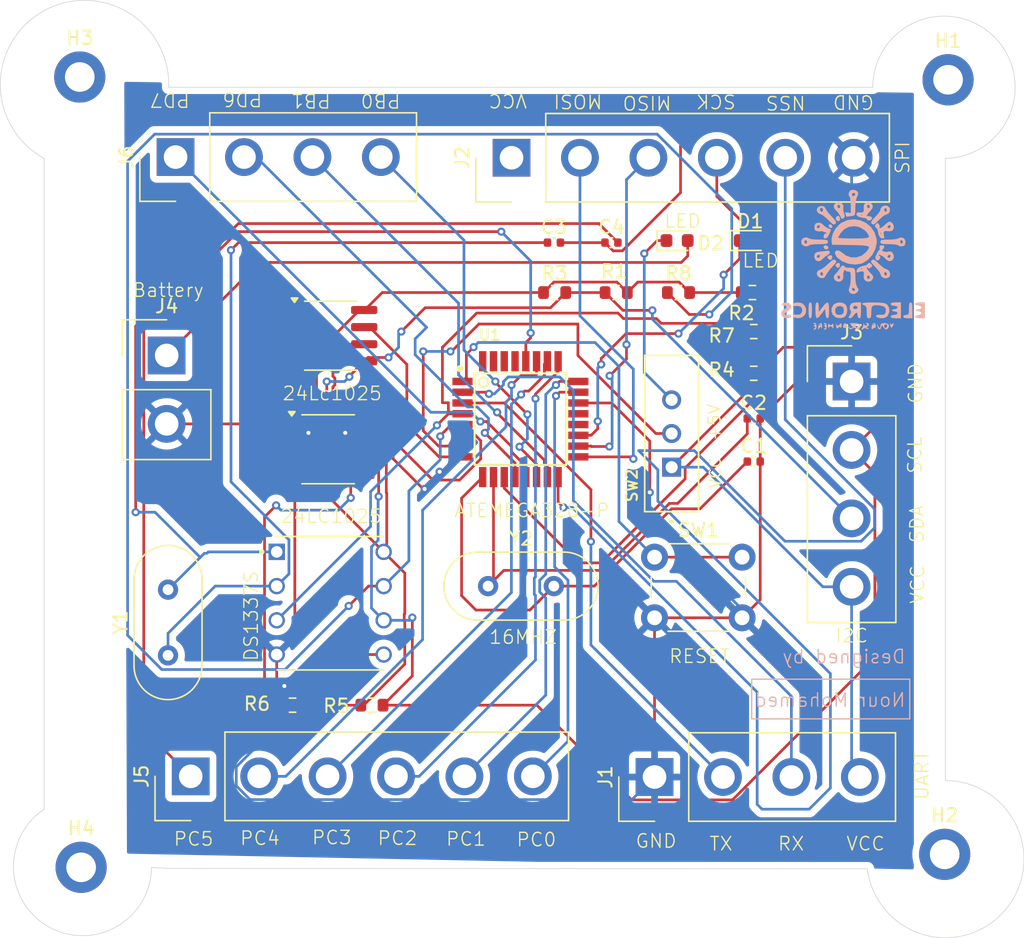
<source format=kicad_pcb>
(kicad_pcb (version 20240108) (generator "pcbnew") (generator_version "8.0")
  (title_block (title "${Title}") (date "2025-03-22") (rev "${Version}") (company "${Author}"))
  (layers (0 "F.Cu" signal) (31 "B.Cu" signal) (34 "B.Paste" user) (35 "F.Paste" user) (36 "B.SilkS" user "B.Silkscreen") (37 "F.SilkS" user "F.Silkscreen") (38 "B.Mask" user) (39 "F.Mask" user) (44 "Edge.Cuts" user))
  (property "Author" "Nour Mohamed")
  (property "ID" "1473101251203")
  (property "Title" "DataLogger")
  (property "Version" "V1.0")
  (net 0 "")
  (net 1 "/XTAL1")
  (net 2 "GND")
  (net 3 "/XTAL2")
  (net 4 "Net-(U3-X2)")
  (net 5 "Net-(U3-X1)")
  (net 6 "SCK")
  (net 7 "Net-(D1-A)")
  (net 8 "Net-(D2-A)")
  (net 9 "Power supply")
  (net 10 "/VCC")
  (net 11 "/TX")
  (net 12 "/RX")
  (net 13 "NSS")
  (net 14 "MISO")
  (net 15 "VCC")
  (net 16 "MOSI")
  (net 17 "/SDA")
  (net 18 "/SCL")
  (net 19 "Net-(J5-Pin_6)")
  (net 20 "Net-(J5-Pin_2)")
  (net 21 "Net-(J5-Pin_1)")
  (net 22 "Net-(J5-Pin_5)")
  (net 23 "Net-(J5-Pin_3)")
  (net 24 "Net-(J5-Pin_4)")
  (net 25 "Net-(J6-Pin_2)")
  (net 26 "Net-(J6-Pin_4)")
  (net 27 "Net-(J6-Pin_1)")
  (net 28 "Net-(J6-Pin_3)")
  (net 29 "/INTA")
  (net 30 "/INTB")
  (net 31 "/RESET")
  (net 34 "+5V")
  (footprint "Package_SO:SOIC-8_3.9x4.9mm_P1.27mm" (layer "F.Cu") (at 140.1572 106.3244)
    (property "Reference" "U4" (hide yes))
    (property "Value" "24LC1025")
  )
  (footprint "MountingHole:MountingHole_2.2mm_M2_DIN965_Pad" (layer "F.Cu") (at 185.928 136.398)
    (property "Reference" "H2")
    (property "Value" "MountingHole")
  )
  (footprint "MountingHole:MountingHole_2.2mm_M2_DIN965_Pad" (layer "F.Cu") (at 186.182 78.8924)
    (property "Reference" "H1")
    (property "Value" "MountingHole")
  )
  (footprint "Connector_Samtec_HPM_THT:Samtec_HPM-02-01-x-S_Straight_1x02_Pitch5.08mm" (layer "F.Cu") (at 128.1684 99.3598)
    (property "Reference" "J4")
    (property "Value" "Battery")
  )
  (footprint "Connector_Samtec_HPM_THT:Samtec_HPM-04-01-x-S_Straight_1x04_Pitch5.08mm" (layer "F.Cu") (at 128.8288 84.6328 90)
    (property "Reference" "J6")
    (property "Value" "Conn_01x04_Pin" (hide yes))
  )
  (footprint "Connector_Samtec_HPM_THT:Samtec_HPM-04-01-x-S_Straight_1x04_Pitch5.08mm" (layer "F.Cu") (at 164.3888 130.6576 90)
    (property "Reference" "J1")
    (property "Value" "UART")
  )
  (footprint "Crystal:Crystal_HC49-4H_Vertical" (layer "F.Cu") (at 152.0328 116.4844)
    (property "Reference" "Y2")
    (property "Value" "Crystal")
  )
  (footprint "LED_SMD:LED_0603_1608Metric" (layer "F.Cu") (at 166.0652 90.8304)
    (property "Reference" "D2")
    (property "Value" "LED")
  )
  (footprint "RTC:DIP794W47P254L991H457Q8" (layer "F.Cu") (at 140.3096 117.7544)
    (property "Reference" "U3" (hide yes))
    (property "Value" "DS1337")
  )
  (footprint "Connector_Samtec_HPM_THT:Samtec_HPM-06-01-x-S_Straight_1x06_Pitch5.08mm" (layer "F.Cu") (at 129.9557 130.6068 90)
    (property "Reference" "J5")
    (property "Value" "Conn_01x06_Pin")
  )
  (footprint "Connector_Samtec_HPM_THT:Samtec_HPM-04-01-x-S_Straight_1x04_Pitch5.08mm" (layer "F.Cu") (at 179.0192 101.2952)
    (property "Reference" "J3")
    (property "Value" "I2C")
  )
  (footprint "Capacitor_SMD:C_0402_1005Metric" (layer "F.Cu") (at 161.1884 90.9828)
    (property "Reference" "C4")
    (property "Value" "C")
  )
  (footprint "Resistor_SMD:R_0603_1608Metric" (layer "F.Cu") (at 161.544 94.6912 180)
    (property "Reference" "R1")
    (property "Value" "R")
  )
  (footprint "MountingHole:MountingHole_2.2mm_M2_DIN965_Pad" (layer "F.Cu") (at 121.7168 78.6892)
    (property "Reference" "H3")
    (property "Value" "MountingHole")
  )
  (footprint "Package_SO:SOIC-8_3.9x4.9mm_P1.27mm" (layer "F.Cu") (at 140.3604 97.8916)
    (property "Reference" "U2" (hide yes))
    (property "Value" "24LC1025")
  )
  (footprint "Resistor_SMD:R_0603_1608Metric" (layer "F.Cu") (at 137.5156 125.3236)
    (property "Reference" "R6")
    (property "Value" "R")
  )
  (footprint "Resistor_SMD:R_0603_1608Metric" (layer "F.Cu") (at 143.4084 125.3236)
    (property "Reference" "R5")
    (property "Value" "R")
  )
  (footprint "Capacitor_SMD:C_0402_1005Metric" (layer "F.Cu") (at 171.7548 107.2388)
    (property "Reference" "C1")
    (property "Value" "C")
  )
  (footprint "Resistor_SMD:R_0603_1608Metric" (layer "F.Cu") (at 171.6532 94.6912 180)
    (property "Reference" "R2")
    (property "Value" "R")
  )
  (footprint "MountingHole:MountingHole_2.2mm_M2_DIN965_Pad" (layer "F.Cu") (at 121.8184 137.3632)
    (property "Reference" "H4")
    (property "Value" "MountingHole")
  )
  (footprint "Connector_Samtec_HPM_THT:Samtec_HPM-06-01-x-S_Straight_1x06_Pitch5.08mm" (layer "F.Cu") (at 153.7716 84.6836 90)
    (property "Reference" "J2")
    (property "Value" "SPI")
  )
  (footprint "Capacitor_SMD:C_0402_1005Metric" (layer "F.Cu") (at 156.9212 90.9828)
    (property "Reference" "C3")
    (property "Value" "C")
  )
  (footprint "Resistor_SMD:R_0603_1608Metric" (layer "F.Cu") (at 171.7548 100.6856 180)
    (property "Reference" "R4")
    (property "Value" "R")
  )
  (footprint "Button_Switch_THT:SW_PUSH_6mm_H4.3mm" (layer "F.Cu") (at 164.39 114.336)
    (property "Reference" "SW1")
    (property "Value" "SW_Push")
  )
  (footprint "LED_SMD:LED_0603_1608Metric" (layer "F.Cu") (at 171.5008 90.8304)
    (property "Reference" "D1")
    (property "Value" "LED")
  )
  (footprint "Resistor_SMD:R_0603_1608Metric" (layer "F.Cu") (at 166.1668 94.6912)
    (property "Reference" "R8")
    (property "Value" "R")
  )
  (footprint "Capacitor_SMD:C_0402_1005Metric" (layer "F.Cu") (at 171.7548 104.0384)
    (property "Reference" "C2")
    (property "Value" "C")
  )
  (footprint "Resistor_SMD:R_0603_1608Metric" (layer "F.Cu") (at 156.972 94.6912)
    (property "Reference" "R3")
    (property "Value" "R")
  )
  (footprint "SPDT:SW_MINI-SPDT-SW" (layer "F.Cu") (at 165.6588 105.156 90)
    (property "Reference" "SW2")
    (property "Value" "SW_SPDT")
  )
  (footprint "Crystal:Crystal_HC49-4H_Vertical" (layer "F.Cu") (at 128.27 121.6268 90)
    (property "Reference" "Y1")
    (property "Value" "Crystal")
  )
  (footprint "Resistor_SMD:R_0603_1608Metric" (layer "F.Cu") (at 171.7548 97.5868 180)
    (property "Reference" "R7")
    (property "Value" "R")
  )
  (footprint "ATEMEGA:QFP80P900X900X120-32N" (layer "F.Cu") (at 154.432 104.0892)
    (property "Reference" "U1")
    (property "Value" "ATmega328-P")
  )
  (footprint "logos:Electronics" (layer "B.Cu") (at 179.125025 92.36822 180)
    (property "Reference" "G***" (hide yes))
    (property "Value" "LOGO" (hide yes))
  )
  (gr_rect (start 171.6024 123.3932) (end 183.3372 126.3396) (stroke (width 0.1)) (fill none) (layer "B.SilkS"))
  (gr_line (start 128.649122 137.448244) (end 180.1876 137.4648) (stroke (width 0.05)) (layer "Edge.Cuts"))
  (gr_arc (start 180.593024 79.4512) (mid 189.577581 75.678973) (end 185.9788 84.734399) (stroke (width 0.05)) (layer "Edge.Cuts"))
  (gr_arc (start 119.094126 84.744695) (mid 118.961339 73.825356) (end 128.320799 79.4512) (stroke (width 0.05)) (layer "Edge.Cuts"))
  (gr_line (start 119.094126 84.744695) (end 119.0752 84.779624) (stroke (width 0.05)) (layer "Edge.Cuts"))
  (gr_line (start 127.043493 137.376762) (end 128.649122 137.448244) (stroke (width 0.05)) (layer "Edge.Cuts"))
  (gr_line (start 185.9788 130.918894) (end 185.9788 84.7344) (stroke (width 0.05)) (layer "Edge.Cuts"))
  (gr_line (start 119.0752 84.779624) (end 119.0752 133.050776) (stroke (width 0.05)) (layer "Edge.Cuts"))
  (gr_line (start 128.320799 79.4512) (end 180.593024 79.4512) (stroke (width 0.05)) (layer "Edge.Cuts"))
  (gr_arc (start 185.9788 130.918894) (mid 190.348779 140.619745) (end 180.187601 137.4648) (stroke (width 0.05)) (layer "Edge.Cuts"))
  (gr_arc (start 127.043493 137.376762) (mid 119.475281 141.815474) (end 119.0752 133.050776) (stroke (width 0.05)) (layer "Edge.Cuts"))
  (gr_text "Designed by\n\n${Author}" (at 183.0832 125.5268 0) (layer "B.SilkS") (effects (font (size 1 1) (thickness 0.1)) (justify left bottom mirror)))
  (gr_text "PC0" (at 154.0764 135.89 0) (layer "F.SilkS") (effects (font (size 1 1) (thickness 0.1)) (justify left bottom)))
  (gr_text "VCC" (at 169.3672 109.2708 90) (layer "F.SilkS") (effects (font (size 0.8 0.8) (thickness 0.1)) (justify left bottom)))
  (gr_text "GND" (at 162.9156 135.9916 0) (layer "F.SilkS") (effects (font (size 1 1) (thickness 0.1)) (justify left bottom)))
  (gr_text "PD7" (at 129.9464 79.8068 180) (layer "F.SilkS") (effects (font (size 1 1) (thickness 0.1)) (justify left bottom)))
  (gr_text "Battery" (at 125.5776 95.0976 0) (layer "F.SilkS") (effects (font (size 1 1) (thickness 0.1)) (justify left bottom)))
  (gr_text "PB1" (at 140.4112 79.8576 180) (layer "F.SilkS") (effects (font (size 1 1) (thickness 0.1)) (justify left bottom)))
  (gr_text "GND" (at 180.7464 79.9592 180) (layer "F.SilkS") (effects (font (size 1 1) (thickness 0.1)) (justify left bottom)))
  (gr_text "RESET" (at 165.4048 122.2756 0) (layer "F.SilkS") (effects (font (size 1 1) (thickness 0.1)) (justify left bottom)))
  (gr_text "PC5" (at 128.6256 135.8392 0) (layer "F.SilkS") (effects (font (size 1 1) (thickness 0.1)) (justify left bottom)))
  (gr_text "LED" (at 165.0492 89.9668 0) (layer "F.SilkS") (effects (font (size 1 1) (thickness 0.1)) (justify left bottom)))
  (gr_text "RX" (at 173.482 136.1948 0) (layer "F.SilkS") (effects (font (size 1 1) (thickness 0.1)) (justify left bottom)))
  (gr_text "ATEMEGA328-P" (at 149.4536 111.4552 0) (layer "F.SilkS") (effects (font (size 1 1) (thickness 0.1)) (justify left bottom)))
  (gr_text "SCL" (at 184.3024 108.204 90) (layer "F.SilkS") (effects (font (size 1 1) (thickness 0.1)) (justify left bottom)))
  (gr_text "MOSI" (at 160.5788 79.9084 180) (layer "F.SilkS") (effects (font (size 1 1) (thickness 0.1)) (justify left bottom)))
  (gr_text "LED" (at 170.8404 92.9132 0) (layer "F.SilkS") (effects (font (size 1 1) (thickness 0.1)) (justify left bottom)))
  (gr_text "24Lc1025" (at 136.7028 102.7684 0) (layer "F.SilkS") (effects (font (size 1 1) (thickness 0.1)) (justify left bottom)))
  (gr_text "UART" (at 184.8104 132.4356 90) (layer "F.SilkS") (effects (font (size 1 1) (thickness 0.1)) (justify left bottom)))
  (gr_text "PC4" (at 133.5532 135.7884 0) (layer "F.SilkS") (effects (font (size 1 1) (thickness 0.1)) (justify left bottom)))
  (gr_text "GND" (at 184.3532 103.0224 90) (layer "F.SilkS") (effects (font (size 1 1) (thickness 0.1)) (justify left bottom)))
  (gr_text "I2C" (at 177.7492 120.7516 0) (layer "F.SilkS") (effects (font (size 1 1) (thickness 0.1)) (justify left bottom)))
  (gr_text "PC1" (at 148.844 135.8392 0) (layer "F.SilkS") (effects (font (size 1 1) (thickness 0.1)) (justify left bottom)))
  (gr_text "PB0" (at 145.5928 79.8576 180) (layer "F.SilkS") (effects (font (size 1 1) (thickness 0.1)) (justify left bottom)))
  (gr_text "PD6" (at 135.3312 79.756 180) (layer "F.SilkS") (effects (font (size 1 1) (thickness 0.1)) (justify left bottom)))
  (gr_text "PC2" (at 143.764 135.7884 0) (layer "F.SilkS") (effects (font (size 1 1) (thickness 0.1)) (justify left bottom)))
  (gr_text "24LC1025" (at 136.5438 111.8882 0) (layer "F.SilkS") (effects (font (size 1 1) (thickness 0.1)) (justify left bottom)))
  (gr_text "TX" (at 168.402 136.1948 0) (layer "F.SilkS") (effects (font (size 1 1) (thickness 0.1)) (justify left bottom)))
  (gr_text "VCC" (at 184.5056 117.856 90) (layer "F.SilkS") (effects (font (size 1 1) (thickness 0.1)) (justify left bottom)))
  (gr_text "DS1337S" (at 135.0264 122.1232 90) (layer "F.SilkS") (effects (font (size 1 1) (thickness 0.1)) (justify left bottom)))
  (gr_text "MISO" (at 165.7096 80.01 180) (layer "F.SilkS") (effects (font (size 1 1) (thickness 0.1)) (justify left bottom)))
  (gr_text "+5V" (at 169.3672 105.7656 90) (layer "F.SilkS") (effects (font (size 0.9 0.9) (thickness 0.1)) (justify left bottom)))
  (gr_text "VCC" (at 178.562 136.1948 0) (layer "F.SilkS") (effects (font (size 1 1) (thickness 0.1)) (justify left bottom)))
  (gr_text "SCK" (at 170.4848 79.9084 180) (layer "F.SilkS") (effects (font (size 1 1) (thickness 0.1)) (justify left bottom)))
  (gr_text "16MHZ" (at 152.0444 120.8532 0) (layer "F.SilkS") (effects (font (size 1 1) (thickness 0.1)) (justify left bottom)))
  (gr_text "PC3" (at 138.8872 135.7376 0) (layer "F.SilkS") (effects (font (size 1 1) (thickness 0.1)) (justify left bottom)))
  (gr_text "SPI" (at 183.388 85.9536 90) (layer "F.SilkS") (effects (font (size 1 1) (thickness 0.1)) (justify left bottom)))
  (gr_text "SDA" (at 184.4548 113.3348 90) (layer "F.SilkS") (effects (font (size 1 1) (thickness 0.1)) (justify left bottom)))
  (gr_text "VCC" (at 154.9908 79.8576 180) (layer "F.SilkS") (effects (font (size 1 1) (thickness 0.1)) (justify left bottom)))
  (gr_text "NSS" (at 175.6664 80.01 180) (layer "F.SilkS") (effects (font (size 1 1) (thickness 0.1)) (justify left bottom)))
  (segment (start 151.13 118.2624) (end 150.0632 117.1956) (width 0.2) (layer "F.Cu") (net 1))
  (segment (start 167.7696 110.744) (end 165.6588 110.744) (width 0.2) (layer "F.Cu") (net 1))
  (segment (start 171.2748 107.2388) (end 167.7696 110.744) (width 0.2) (layer "F.Cu") (net 1))
  (segment (start 150.0632 117.1956) (end 150.0632 109.958) (width 0.2) (layer "F.Cu") (net 1))
  (segment (start 165.6588 110.744) (end 159.9184 116.4844) (width 0.2) (layer "F.Cu") (net 1))
  (segment (start 156.9128 116.4844) (end 155.1348 118.2624) (width 0.2) (layer "F.Cu") (net 1))
  (segment (start 155.1348 118.2624) (end 151.13 118.2624) (width 0.2) (layer "F.Cu") (net 1))
  (segment (start 159.9184 116.4844) (end 156.9128 116.4844) (width 0.2) (layer "F.Cu") (net 1))
  (segment (start 150.0632 109.958) (end 151.632 108.3892) (width 0.2) (layer "F.Cu") (net 1))
  (segment (start 172.2348 107.2388) (end 172.2348 117.4912) (width 0.2) (layer "F.Cu") (net 2))
  (segment (start 143.612752 103.7844) (end 141.6304 103.7844) (width 0.2) (layer "F.Cu") (net 2))
  (segment (start 161.3184 91.5928) (end 162.0008 91.5928) (width 0.2) (layer "F.Cu") (net 2))
  (segment (start 164.39 118.836) (end 170.89 118.836) (width 0.2) (layer "F.Cu") (net 2))
  (segment (start 164.3888 118.8372) (end 164.39 118.836) (width 0.2) (layer "F.Cu") (net 2))
  (segment (start 158.732 102.8892) (end 161.2076 102.8892) (width 0.2) (layer "F.Cu") (net 2))
  (segment (start 136.4072 107.9084) (end 136.7282 108.2294) (width 0.2) (layer "F.Cu") (net 2))
  (segment (start 164.0332 105.7148) (end 164.0332 109.5248) (width 0.2) (layer "F.Cu") (net 2))
  (segment (start 144.9832 105.154848) (end 143.612752 103.7844) (width 0.2) (layer "F.Cu") (net 2))
  (segment (start 140.9128 105.4544) (end 141.1478 105.6894) (width 0.2) (layer "F.Cu") (net 2))
  (segment (start 145.9992 100.0252) (end 145.9992 104.4956) (width 0.2) (layer "F.Cu") (net 2))
  (segment (start 136.6104 97.556601) (end 136.6104 99.4248) (width 0.2) (layer "F.Cu") (net 2))
  (segment (start 148.430065 107.993265) (end 149.027935 107.993265) (width 0.2) (layer "F.Cu") (net 2))
  (segment (start 144.9832 107.0356) (end 144.9832 105.154848) (width 0.2) (layer "F.Cu") (net 2))
  (segment (start 136.3396 123.3348) (end 136.906 123.9012) (width 0.2) (layer "F.Cu") (net 2))
  (segment (start 176.8856 82.3976) (end 179.1716 84.6836) (width 0.2) (layer "F.Cu") (net 2))
  (segment (start 166.3192 83.82) (end 167.7416 82.3976) (width 0.2) (layer "F.Cu") (net 2))
  (segment (start 136.6104 99.4248) (end 136.9822 99.7966) (width 0.2) (layer "F.Cu") (net 2))
  (segment (start 172.2348 104.0384) (end 172.2348 107.2388) (width 0.2) (layer "F.Cu") (net 2))
  (segment (start 136.7282 108.2294) (end 137.6822 108.2294) (width 0.2) (layer "F.Cu") (net 2))
  (segment (start 140.9128 104.502) (end 140.9128 105.4544) (width 0.2) (layer "F.Cu") (net 2))
  (segment (start 141.1478 105.6894) (end 142.6322 105.6894) (width 0.2) (layer "F.Cu") (net 2))
  (segment (start 128.1684 104.4398) (end 137.6618 104.4398) (width 0.2) (layer "F.Cu") (net 2))
  (segment (start 137.6822 120.2218) (end 136.3396 121.5644) (width 0.2) (layer "F.Cu") (net 2))
  (segment (start 142.0114 105.6894) (end 141.4272 105.1052) (width 0.2) (layer "F.Cu") (net 2))
  (segment (start 137.6822 99.9998) (end 137.8854 99.7966) (width 0.2) (layer "F.Cu") (net 2))
  (segment (start 161.2076 102.8892) (end 164.0332 105.7148) (width 0.2) (layer "F.Cu") (net 2))
  (segment (start 136.707201 105.6894) (end 136.4072 105.989401) (width 0.2) (layer "F.Cu") (net 2))
  (segment (start 137.6822 105.6894) (end 137.6822 104.4194) (width 0.2) (layer "F.Cu") (net 2))
  (segment (start 136.910401 97.2566) (end 136.6104 97.556601) (width 0.2) (layer "F.Cu") (net 2))
  (segment (start 166.3192 87.2744) (end 166.3192 83.82) (width 0.2) (layer "F.Cu") (net 2))
  (segment (start 179.0192 101.2952) (end 174.978 101.2952) (width 0.2) (layer "F.Cu") (net 2))
  (segment (start 137.8854 97.2566) (end 136.910401 97.2566) (width 0.2) (layer "F.Cu") (net 2))
  (segment (start 147.2184 109.2708) (end 144.9832 107.0356) (width 0.2) (layer "F.Cu") (net 2))
  (segment (start 167.7416 82.3976) (end 176.8856 82.3976) (width 0.2) (layer "F.Cu") (net 2))
  (segment (start 164.3888 130.6576) (end 164.3888 118.8372) (width 0.2) (layer "F.Cu") (net 2))
  (segment (start 137.6822 108.2294) (end 137.6822 120.2218) (width 0.2) (layer "F.Cu") (net 2))
  (segment (start 141.6304 103.7844) (end 140.9128 104.502) (width 0.2) (layer "F.Cu") (net 2))
  (segment (start 172.2348 117.4912) (end 170.89 118.836) (width 0.2) (layer "F.Cu") (net 2))
  (segment (start 137.6618 104.4398) (end 137.6822 104.4194) (width 0.2) (layer "F.Cu") (net 2))
  (segment (start 174.978 101.2952) (end 172.2348 104.0384) (width 0.2) (layer "F.Cu") (net 2))
  (segment (start 142.8354 97.2566) (end 143.2306 97.2566) (width 0.2) (layer "F.Cu") (net 2))
  (segment (start 143.2306 97.2566) (end 145.9992 100.0252) (width 0.2) (layer "F.Cu") (net 2))
  (segment (start 137.6822 105.6894) (end 136.707201 105.6894) (width 0.2) (layer "F.Cu") (net 2))
  (segment (start 142.6322 105.6894) (end 142.977752 105.6894) (width 0.2) (layer "F.Cu") (net 2))
  (segment (start 149.027935 107.993265) (end 150.132 106.8892) (width 0.2) (layer "F.Cu") (net 2))
  (segment (start 137.6822 104.4194) (end 137.6822 99.9998) (width 0.2) (layer "F.Cu") (net 2))
  (segment (start 136.4072 105.989401) (end 136.4072 107.9084) (width 0.2) (layer "F.Cu") (net 2))
  (segment (start 160.7084 90.9828) (end 161.3184 91.5928) (width 0.2) (layer "F.Cu") (net 2))
  (segment (start 136.3396 121.5644) (end 136.3396 123.3348) (width 0.2) (layer "F.Cu") (net 2))
  (segment (start 148.3928 106.8892) (end 150.132 106.8892) (width 0.2) (layer "F.Cu") (net 2))
  (segment (start 138.6936 105.1052) (end 138.2664 105.1052) (width 0.2) (layer "F.Cu") (net 2))
  (segment (start 137.8854 97.2566) (end 137.8854 95.9866) (width 0.2) (layer "F.Cu") (net 2))
  (segment (start 142.6322 105.6894) (end 142.0114 105.6894) (width 0.2) (layer "F.Cu") (net 2))
  (segment (start 147.32 109.2708) (end 147.2184 109.2708) (width 0.2) (layer "F.Cu") (net 2))
  (segment (start 138.2664 105.1052) (end 137.6822 105.6894) (width 0.2) (layer "F.Cu") (net 2))
  (segment (start 157.4012 90.9828) (end 160.7084 90.9828) (width 0.2) (layer "F.Cu") (net 2))
  (segment (start 136.9822 99.7966) (end 137.8854 99.7966) (width 0.2) (layer "F.Cu") (net 2))
  (segment (start 162.0008 91.5928) (end 166.3192 87.2744) (width 0.2) (layer "F.Cu") (net 2))
  (segment (start 145.9992 104.4956) (end 148.3928 106.8892) (width 0.2) (layer "F.Cu") (net 2))
  (via (at 164.0332 109.5248) (size 0.6) (drill 0.3) (layers "F.Cu" "B.Cu") (net 2))
  (via (at 136.906 123.9012) (size 0.6) (drill 0.3) (layers "F.Cu" "B.Cu") (net 2))
  (via (at 141.4272 105.1052) (size 0.6) (drill 0.3) (layers "F.Cu" "B.Cu") (net 2))
  (via (at 148.430065 107.993265) (size 0.6) (drill 0.3) (layers "F.Cu" "B.Cu") (net 2))
  (via (at 138.6936 105.1052) (size 0.6) (drill 0.3) (layers "F.Cu" "B.Cu") (net 2))
  (via (at 147.32 109.2708) (size 0.6) (drill 0.3) (layers "F.Cu" "B.Cu") (net 2))
  (segment (start 133.3357 129.902636) (end 133.3357 131.310964) (width 0.2) (layer "B.Cu") (net 2))
  (segment (start 162.7124 132.334) (end 164.3888 130.6576) (width 0.2) (layer "B.Cu") (net 2))
  (segment (start 179.0192 84.836) (end 179.1716 84.6836) (width 0.2) (layer "B.Cu") (net 2))
  (segment (start 141.4272 105.1052) (end 141.1224 104.8004) (width 0.2) (layer "B.Cu") (net 2))
  (segment (start 170.89 118.2104) (end 170.89 118.836) (width 0.2) (layer "B.Cu") (net 2))
  (segment (start 164.39 130.6564) (end 164.3888 130.6576) (width 0.2) (layer "B.Cu") (net 2))
  (segment (start 133.3357 131.310964) (end 134.358736 132.334) (width 0.2) (layer "B.Cu") (net 2))
  (segment (start 164.0332 111.3536) (end 170.89 118.2104) (width 0.2) (layer "B.Cu") (net 2))
  (segment (start 164.39 118.836) (end 164.39 118.7184) (width 0.2) (layer "B.Cu") (net 2))
  (segment (start 136.906 126.332336) (end 133.3357 129.902636) (width 0.2) (layer "B.Cu") (net 2))
  (segment (start 164.0332 109.5248) (end 164.0332 111.3536) (width 0.2) (layer "B.Cu") (net 2))
  (segment (start 148.430065 107.993265) (end 147.32 109.10333) (width 0.2) (layer "B.Cu") (net 2))
  (segment (start 134.358736 132.334) (end 162.7124 132.334) (width 0.2) (layer "B.Cu") (net 2))
  (segment (start 179.0192 101.2952) (end 179.0192 84.836) (width 0.2) (layer "B.Cu") (net 2))
  (segment (start 141.1224 104.8004) (end 138.9984 104.8004) (width 0.2) (layer "B.Cu") (net 2))
  (segment (start 136.906 123.9012) (end 136.906 126.332336) (width 0.2) (layer "B.Cu") (net 2))
  (segment (start 147.32 109.10333) (end 147.32 109.2708) (width 0.2) (layer "B.Cu") (net 2))
  (segment (start 138.9984 104.8004) (end 138.6936 105.1052) (width 0.2) (layer "B.Cu") (net 2))
  (segment (start 152.432 116.0852) (end 152.432 108.3892) (width 0.2) (layer "F.Cu") (net 3))
  (segment (start 165.493114 110.344) (end 160.521114 115.316) (width 0.2) (layer "F.Cu") (net 3))
  (segment (start 166.1096 110.344) (end 165.493114 110.344) (width 0.2) (layer "F.Cu") (net 3))
  (segment (start 171.2748 104.0384) (end 171.2748 105.1788) (width 0.2) (layer "F.Cu") (net 3))
  (segment (start 171.2748 105.1788) (end 166.1096 110.344) (width 0.2) (layer "F.Cu") (net 3))
  (segment (start 153.2012 115.316) (end 152.0328 116.4844) (width 0.2) (layer "F.Cu") (net 3))
  (segment (start 152.0328 116.4844) (end 152.432 116.0852) (width 0.2) (layer "F.Cu") (net 3))
  (segment (start 160.521114 115.316) (end 153.2012 115.316) (width 0.2) (layer "F.Cu") (net 3))
  (segment (start 133.5024 90.9828) (end 156.4412 90.9828) (width 0.2) (layer "F.Cu") (net 4))
  (segment (start 132.9436 91.5416) (end 133.5024 90.9828) (width 0.2) (layer "F.Cu") (net 4))
  (via (at 132.9436 91.5416) (size 0.6) (drill 0.3) (layers "F.Cu" "B.Cu") (net 4))
  (segment (start 128.27 119.9896) (end 131.7752 116.4844) (width 0.2) (layer "B.Cu") (net 4))
  (segment (start 128.27 121.6268) (end 128.27 119.9896) (width 0.2) (layer "B.Cu") (net 4))
  (segment (start 137.2446 115.5794) (end 137.2446 113.0394) (width 0.2) (layer "B.Cu") (net 4))
  (segment (start 137.2446 113.0394) (end 132.9436 108.7384) (width 0.2) (layer "B.Cu") (net 4))
  (segment (start 136.3396 116.4844) (end 137.2446 115.5794) (width 0.2) (layer "B.Cu") (net 4))
  (segment (start 131.7752 116.4844) (end 136.3396 116.4844) (width 0.2) (layer "B.Cu") (net 4))
  (segment (start 132.9436 108.7384) (end 132.9436 91.5416) (width 0.2) (layer "B.Cu") (net 4))
  (segment (start 125.8684 97.187514) (end 125.8684 110.998) (width 0.2) (layer "F.Cu") (net 5))
  (segment (start 161.6684 90.9828) (end 160.2556 89.57) (width 0.2) (layer "F.Cu") (net 5))
  (segment (start 160.2556 89.57) (end 133.485914 89.57) (width 0.2) (layer "F.Cu") (net 5))
  (segment (start 133.485914 89.57) (end 125.8684 97.187514) (width 0.2) (layer "F.Cu") (net 5))
  (via (at 125.8684 110.998) (size 0.6) (drill 0.3) (layers "F.Cu" "B.Cu") (net 5))
  (segment (start 131.2672 113.9444) (end 136.3396 113.9444) (width 0.2) (layer "B.Cu") (net 5))
  (segment (start 125.8684 110.998) (end 127.3048 110.998) (width 0.2) (layer "B.Cu") (net 5))
  (segment (start 128.27 116.7468) (end 130.6618 114.355) (width 0.2) (layer "B.Cu") (net 5))
  (segment (start 130.9708 114.046) (end 131.1656 114.046) (width 0.2) (layer "B.Cu") (net 5))
  (segment (start 130.6618 114.355) (end 130.9708 114.046) (width 0.2) (layer "B.Cu") (net 5))
  (segment (start 127.3048 110.998) (end 130.6618 114.355) (width 0.2) (layer "B.Cu") (net 5))
  (segment (start 131.1656 114.046) (end 131.2672 113.9444) (width 0.2) (layer "B.Cu") (net 5))
  (segment (start 170.7133 92.1767) (end 170.7133 90.8304) (width 0.2) (layer "F.Cu") (net 6))
  (segment (start 158.732 105.2892) (end 159.682 105.2892) (width 0.2) (layer "F.Cu") (net 6))
  (segment (start 160.4264 99.583071) (end 162.270271 97.7392) (width 0.2) (layer "F.Cu") (net 6))
  (segment (start 160.4264 100.0252) (end 160.4264 99.583071) (width 0.2) (layer "F.Cu") (net 6))
  (segment (start 162.270271 97.7392) (end 166.1668 97.7392) (width 0.2) (layer "F.Cu") (net 6))
  (segment (start 169.5196 93.3704) (end 170.7133 92.1767) (width 0.2) (layer "F.Cu") (net 6))
  (segment (start 160.1724 104.7988) (end 160.1724 104.2416) (width 0.2) (layer "F.Cu") (net 6))
  (segment (start 159.682 105.2892) (end 160.1724 104.7988) (width 0.2) (layer "F.Cu") (net 6))
  (via (at 166.1668 97.7392) (size 0.6) (drill 0.3) (layers "F.Cu" "B.Cu") (net 6))
  (via (at 169.5196 93.3704) (size 0.6) (drill 0.3) (layers "F.Cu" "B.Cu") (net 6))
  (via (at 160.4264 100.0252) (size 0.6) (drill 0.3) (layers "F.Cu" "B.Cu") (net 6))
  (via (at 160.1724 104.2416) (size 0.6) (drill 0.3) (layers "F.Cu" "B.Cu") (net 6))
  (segment (start 160.1724 100.2792) (end 160.4264 100.0252) (width 0.2) (layer "B.Cu") (net 6))
  (segment (start 169.5196 94.3864) (end 169.5196 93.3704) (width 0.2) (layer "B.Cu") (net 6))
  (segment (start 160.1724 104.2416) (end 160.1724 100.2792) (width 0.2) (layer "B.Cu") (net 6))
  (segment (start 166.1668 97.7392) (end 169.5196 94.3864) (width 0.2) (layer "B.Cu") (net 6))
  (segment (start 169.0116 87.5537) (end 172.2883 90.8304) (width 0.2) (layer "F.Cu") (net 7))
  (segment (start 169.0116 84.6836) (end 169.0116 87.5537) (width 0.2) (layer "F.Cu") (net 7))
  (segment (start 166.37 92.456) (end 166.8527 91.9733) (width 0.2) (layer "F.Cu") (net 8))
  (segment (start 166.8527 91.9733) (end 166.8527 90.8304) (width 0.2) (layer "F.Cu") (net 8))
  (segment (start 128.1684 99.3598) (end 135.0722 92.456) (width 0.2) (layer "F.Cu") (net 8))
  (segment (start 135.0722 92.456) (end 166.37 92.456) (width 0.2) (layer "F.Cu") (net 8))
  (segment (start 164.592 90.8304) (end 165.2777 90.8304) (width 0.2) (layer "F.Cu") (net 9))
  (segment (start 163.6268 91.7956) (end 164.592 90.8304) (width 0.2) (layer "F.Cu") (net 9))
  (via (at 163.6268 91.7956) (size 0.6) (drill 0.3) (layers "F.Cu" "B.Cu") (net 9))
  (segment (start 165.6588 102.656) (end 163.6268 100.624) (width 0.2) (layer "B.Cu") (net 9))
  (segment (start 163.6268 100.624) (end 163.6268 91.7956) (width 0.2) (layer "B.Cu") (net 9))
  (segment (start 139.1412 106.9594) (end 139.746648 106.9594) (width 0.2) (layer "F.Cu") (net 10))
  (segment (start 145.8468 119.110929) (end 145.8468 122.2756) (width 0.2) (layer "F.Cu") (net 10))
  (segment (start 142.875 95.9866) (end 144.1704 94.6912) (width 0.2) (layer "F.Cu") (net 10))
  (segment (start 139.949848 98.5266) (end 142.489848 95.9866) (width 0.2) (layer "F.Cu") (net 10))
  (segment (start 166.2168 93.9162) (end 166.9918 94.6912) (width 0.2) (layer "F.Cu") (net 10))
  (segment (start 145.8468 115.5116) (end 145.8468 118.531471) (width 0.2) (layer "F.Cu") (net 10))
  (segment (start 172.5798 99.0356) (end 170.9298 100.6856) (width 0.2) (layer "F.Cu") (net 10))
  (segment (start 144.2796 113.9444) (end 145.8468 115.5116) (width 0.2) (layer "F.Cu") (net 10))
  (segment (start 162.369 94.6912) (end 163.144 93.9162) (width 0.2) (layer "F.Cu") (net 10))
  (segment (start 170.9298 102.385) (end 165.6588 107.656) (width 0.2) (layer "F.Cu") (net 10))
  (segment (start 142.489848 95.9866) (end 142.8354 95.9866) (width 0.2) (layer "F.Cu") (net 10))
  (segment (start 172.5798 97.5868) (end 172.5798 96.4428) (width 0.2) (layer "F.Cu") (net 10))
  (segment (start 162.369 94.6912) (end 161.594 93.9162) (width 0.2) (layer "F.Cu") (net 10))
  (segment (start 137.6822 106.9594) (end 139.1412 106.9594) (width 0.2) (layer "F.Cu") (net 10))
  (segment (start 161.594 93.9162) (end 156.922 93.9162) (width 0.2) (layer "F.Cu") (net 10))
  (segment (start 170.9298 100.6856) (end 170.9298 102.385) (width 0.2) (layer "F.Cu") (net 10))
  (segment (start 144.5072 113.7168) (end 144.2796 113.9444) (width 0.2) (layer "F.Cu") (net 10))
  (segment (start 145.8468 122.2756) (end 142.7988 125.3236) (width 0.2) (layer "F.Cu") (net 10))
  (segment (start 156.922 93.9162) (end 156.147 94.6912) (width 0.2) (layer "F.Cu") (net 10))
  (segment (start 145.8056 119.069729) (end 145.8468 119.110929) (width 0.2) (layer "F.Cu") (net 10))
  (segment (start 143.607199 104.4194) (end 144.4752 105.287401) (width 0.2) (layer "F.Cu") (net 10))
  (segment (start 144.4752 109.549071) (end 144.5072 109.581071) (width 0.2) (layer "F.Cu") (net 10))
  (segment (start 166.9918 94.6912) (end 170.8282 94.6912) (width 0.2) (layer "F.Cu") (net 10))
  (segment (start 142.8354 95.9866) (end 142.875 95.9866) (width 0.2) (layer "F.Cu") (net 10))
  (segment (start 163.144 93.9162) (end 166.2168 93.9162) (width 0.2) (layer "F.Cu") (net 10))
  (segment (start 137.8854 98.5266) (end 139.8524 98.5266) (width 0.2) (layer "F.Cu") (net 10))
  (segment (start 139.8524 98.5266) (end 139.949848 98.5266) (width 0.2) (layer "F.Cu") (net 10))
  (segment (start 142.6322 104.4194) (end 143.607199 104.4194) (width 0.2) (layer "F.Cu") (net 10))
  (segment (start 139.746648 109.411448) (end 144.2796 113.9444) (width 0.2) (layer "F.Cu") (net 10))
  (segment (start 139.1412 105.918) (end 139.1412 106.9594) (width 0.2) (layer "F.Cu") (net 10))
  (segment (start 145.8468 118.531471) (end 145.8056 118.572671) (width 0.2) (layer "F.Cu") (net 10))
  (segment (start 139.2936 99.0854) (end 139.2936 105.7656) (width 0.2) (layer "F.Cu") (net 10))
  (segment (start 172.5798 97.5868) (end 172.5798 99.0356) (width 0.2) (layer "F.Cu") (net 10))
  (segment (start 139.746648 106.9594) (end 139.746648 109.411448) (width 0.2) (layer "F.Cu") (net 10))
  (segment (start 172.5798 96.4428) (end 170.8282 94.6912) (width 0.2) (layer "F.Cu") (net 10))
  (segment (start 144.5072 109.581071) (end 144.5072 113.7168) (width 0.2) (layer "F.Cu") (net 10))
  (segment (start 144.4752 105.287401) (end 144.4752 109.549071) (width 0.2) (layer "F.Cu") (net 10))
  (segment (start 145.8056 118.572671) (end 145.8056 119.069729) (width 0.2) (layer "F.Cu") (net 10))
  (segment (start 139.8524 98.5266) (end 139.2936 99.0854) (width 0.2) (layer "F.Cu") (net 10))
  (segment (start 142.7988 125.3236) (end 142.5834 125.3236) (width 0.2) (layer "F.Cu") (net 10))
  (segment (start 139.2936 105.7656) (end 139.1412 105.918) (width 0.2) (layer "F.Cu") (net 10))
  (segment (start 138.3406 125.3236) (end 142.5834 125.3236) (width 0.2) (layer "F.Cu") (net 10))
  (segment (start 142.286648 104.4194) (end 142.6322 104.4194) (width 0.2) (layer "F.Cu") (net 10))
  (segment (start 144.1704 94.6912) (end 156.147 94.6912) (width 0.2) (layer "F.Cu") (net 10))
  (segment (start 168.0064 107.656) (end 165.6588 107.656) (width 0.2) (layer "B.Cu") (net 10))
  (segment (start 176.8856 116.5352) (end 168.0064 107.656) (width 0.2) (layer "B.Cu") (net 10))
  (segment (start 179.0192 130.048) (end 179.6288 130.6576) (width 0.2) (layer "B.Cu") (net 10))
  (segment (start 179.0192 116.5352) (end 179.0192 130.048) (width 0.2) (layer "B.Cu") (net 10))
  (segment (start 179.0192 116.5352) (end 176.8856 116.5352) (width 0.2) (layer "B.Cu") (net 10))
  (segment (start 159.6644 109.3216) (end 159.6644 113.1824) (width 0.2) (layer "F.Cu") (net 11))
  (segment (start 150.132 102.8892) (end 153.232 102.8892) (width 0.2) (layer "F.Cu") (net 11))
  (segment (start 153.232 102.8892) (end 159.6644 109.3216) (width 0.2) (layer "F.Cu") (net 11))
  (via (at 159.6644 113.1824) (size 0.6) (drill 0.3) (layers "F.Cu" "B.Cu") (net 11))
  (segment (start 159.6644 113.1824) (end 159.6644 120.8532) (width 0.2) (layer "B.Cu") (net 11))
  (segment (start 159.6644 120.8532) (end 169.4688 130.6576) (width 0.2) (layer "B.Cu") (net 11))
  (segment (start 151.9748 102.0892) (end 150.132 102.0892) (width 0.2) (layer "F.Cu") (net 12))
  (segment (start 152.0952 102.2096) (end 151.9748 102.0892) (width 0.2) (layer "F.Cu") (net 12))
  (via (at 152.0952 102.2096) (size 0.6) (drill 0.3) (layers "F.Cu" "B.Cu") (net 12))
  (segment (start 174.5488 130.6576) (end 174.5488 124.6632) (width 0.2) (layer "B.Cu") (net 12))
  (segment (start 153.523071 100.956314) (end 153.1716 101.307785) (width 0.2) (layer "B.Cu") (net 12))
  (segment (start 158.3628 110.147278) (end 158.3628 101.9748) (width 0.2) (layer "B.Cu") (net 12))
  (segment (start 153.1716 101.307785) (end 153.1716 101.5396) (width 0.2) (layer "B.Cu") (net 12))
  (segment (start 152.5016 102.2096) (end 152.0952 102.2096) (width 0.2) (layer "B.Cu") (net 12))
  (segment (start 164.344322 116.1288) (end 158.3628 110.147278) (width 0.2) (layer "B.Cu") (net 12))
  (segment (start 174.5488 124.6632) (end 166.0144 116.1288) (width 0.2) (layer "B.Cu") (net 12))
  (segment (start 153.1716 101.5396) (end 152.5016 102.2096) (width 0.2) (layer "B.Cu") (net 12))
  (segment (start 166.0144 116.1288) (end 164.344322 116.1288) (width 0.2) (layer "B.Cu") (net 12))
  (segment (start 157.344314 100.956314) (end 153.523071 100.956314) (width 0.2) (layer "B.Cu") (net 12))
  (segment (start 158.3628 101.9748) (end 157.344314 100.956314) (width 0.2) (layer "B.Cu") (net 12))
  (segment (start 157.232 110.242) (end 157.232 108.3892) (width 0.2) (layer "F.Cu") (net 13))
  (segment (start 157.6324 110.6424) (end 157.232 110.242) (width 0.2) (layer "F.Cu") (net 13))
  (via (at 157.6324 110.6424) (size 0.6) (drill 0.3) (layers "F.Cu" "B.Cu") (net 13))
  (segment (start 163.214 106.426) (end 164.6332 107.8452) (width 0.2) (layer "B.Cu") (net 13))
  (segment (start 158.292236 110.6424) (end 157.6324 110.6424) (width 0.2) (layer "B.Cu") (net 13))
  (segment (start 180.7192 110.751036) (end 180.7192 112.159364) (width 0.2) (layer "B.Cu") (net 13))
  (segment (start 179.723364 113.1552) (end 174.071286 113.1552) (width 0.2) (layer "B.Cu") (net 13))
  (segment (start 164.6332 110.173329) (end 177.4444 122.984529) (width 0.2) (layer "B.Cu") (net 13))
  (segment (start 167.342086 106.426) (end 163.214 106.426) (width 0.2) (layer "B.Cu") (net 13))
  (segment (start 177.4444 122.984529) (end 177.4444 131.4704) (width 0.2) (layer "B.Cu") (net 13))
  (segment (start 172.3644 133.0452) (end 172.0088 132.6896) (width 0.2) (layer "B.Cu") (net 13))
  (segment (start 172.0088 132.6896) (end 172.0088 124.358964) (width 0.2) (layer "B.Cu") (net 13))
  (segment (start 174.0916 84.6836) (end 174.0916 104.123436) (width 0.2) (layer "B.Cu") (net 13))
  (segment (start 180.7192 112.159364) (end 179.723364 113.1552) (width 0.2) (layer "B.Cu") (net 13))
  (segment (start 175.8696 133.0452) (end 172.3644 133.0452) (width 0.2) (layer "B.Cu") (net 13))
  (segment (start 164.6332 107.8452) (end 164.6332 110.173329) (width 0.2) (layer "B.Cu") (net 13))
  (segment (start 172.0088 124.358964) (end 158.292236 110.6424) (width 0.2) (layer "B.Cu") (net 13))
  (segment (start 177.4444 131.4704) (end 175.8696 133.0452) (width 0.2) (layer "B.Cu") (net 13))
  (segment (start 174.071286 113.1552) (end 167.342086 106.426) (width 0.2) (layer "B.Cu") (net 13))
  (segment (start 174.0916 104.123436) (end 180.7192 110.751036) (width 0.2) (layer "B.Cu") (net 13))
  (segment (start 161.036 106.1212) (end 159.714 106.1212) (width 0.2) (layer "F.Cu") (net 14))
  (segment (start 159.714 106.1212) (end 159.682 106.0892) (width 0.2) (layer "F.Cu") (net 14))
  (segment (start 159.682 106.0892) (end 158.732 106.0892) (width 0.2) (layer "F.Cu") (net 14))
  (segment (start 161.053865 100.870935) (end 162.306 99.6188) (width 0.2) (layer "F.Cu") (net 14))
  (segment (start 162.306 99.6188) (end 162.306 98.552) (width 0.2) (layer "F.Cu") (net 14))
  (via (at 161.053865 100.870935) (size 0.6) (drill 0.3) (layers "F.Cu" "B.Cu") (net 14))
  (via (at 161.036 106.1212) (size 0.6) (drill 0.3) (layers "F.Cu" "B.Cu") (net 14))
  (via (at 162.306 98.552) (size 0.6) (drill 0.3) (layers "F.Cu" "B.Cu") (net 14))
  (segment (start 161.036 106.1212) (end 161.2392 105.918) (width 0.2) (layer "B.Cu") (net 14))
  (segment (start 162.306 98.552) (end 162.306 86.3092) (width 0.2) (layer "B.Cu") (net 14))
  (segment (start 162.306 86.3092) (end 163.9316 84.6836) (width 0.2) (layer "B.Cu") (net 14))
  (segment (start 161.2392 101.05627) (end 161.053865 100.870935) (width 0.2) (layer "B.Cu") (net 14))
  (segment (start 161.2392 105.918) (end 161.2392 101.05627) (width 0.2) (layer "B.Cu") (net 14))
  (segment (start 162.6676 106.8892) (end 158.732 106.8892) (width 0.2) (layer "F.Cu") (net 16))
  (segment (start 162.814 107.0356) (end 162.6676 106.8892) (width 0.2) (layer "F.Cu") (net 16))
  (via (at 162.814 107.0356) (size 0.6) (drill 0.3) (layers "F.Cu" "B.Cu") (net 16))
  (segment (start 158.8516 84.6836) (end 158.8516 96.414485) (width 0.2) (layer "B.Cu") (net 16))
  (segment (start 162.814 100.376885) (end 162.814 107.0356) (width 0.2) (layer "B.Cu") (net 16))
  (segment (start 158.8516 96.414485) (end 162.814 100.376885) (width 0.2) (layer "B.Cu") (net 16))
  (segment (start 142.6322 108.2294) (end 141.657201 108.2294) (width 0.2) (layer "F.Cu") (net 17))
  (segment (start 140.4498 121.5644) (end 144.2796 121.5644) (width 0.2) (layer "F.Cu") (net 17))
  (segment (start 136.2964 110.49) (end 135.4346 111.3518) (width 0.2) (layer "F.Cu") (net 17))
  (segment (start 151.4856 105.6928) (end 151.4856 107.0356) (width 0.2) (layer "F.Cu") (net 17))
  (segment (start 136.6906 125.3236) (end 140.4498 121.5644) (width 0.2) (layer "F.Cu") (net 17))
  (segment (start 150.132 105.2892) (end 151.082 105.2892) (width 0.2) (layer "F.Cu") (net 17))
  (segment (start 151.082 105.2892) (end 151.4856 105.6928) (width 0.2) (layer "F.Cu") (net 17))
  (segment (start 143.122335 99.509665) (end 142.8354 99.7966) (width 0.2) (layer "F.Cu") (net 17))
  (segment (start 135.4346 111.3518) (end 135.4346 124.0676) (width 0.2) (layer "F.Cu") (net 17))
  (segment (start 147.3644 95.8152) (end 145.5928 97.5868) (width 0.2) (layer "F.Cu") (net 17))
  (segment (start 141.732 100.9396) (end 141.732 100.9) (width 0.2) (layer "F.Cu") (net 17))
  (segment (start 147.9296 108.6104) (end 145.3896 106.0704) (width 0.2) (layer "F.Cu") (net 17))
  (segment (start 145.3896 102.3508) (end 142.8354 99.7966) (width 0.2) (layer "F.Cu") (net 17))
  (segment (start 141.8336 109.9312) (end 141.8336 109.028) (width 0.2) (layer "F.Cu") (net 17))
  (segment (start 135.4346 124.0676) (end 136.6906 125.3236) (width 0.2) (layer "F.Cu") (net 17))
  (segment (start 157.797 94.6912) (end 160.719 94.6912) (width 0.2) (layer "F.Cu") (net 17))
  (segment (start 151.4856 107.0356) (end 149.9108 108.6104) (width 0.2) (layer "F.Cu") (net 17))
  (segment (start 144.635135 99.509665) (end 143.122335 99.509665) (width 0.2) (layer "F.Cu") (net 17))
  (segment (start 164.2268 96.012) (end 162.0398 96.012) (width 0.2) (layer "F.Cu") (net 17))
  (segment (start 157.797 94.6912) (end 156.673 95.8152) (width 0.2) (layer "F.Cu") (net 17))
  (segment (start 140.0556 106.627799) (end 140.0556 101.2952) (width 0.2) (layer "F.Cu") (net 17))
  (segment (start 162.0398 96.012) (end 160.719 94.6912) (width 0.2) (layer "F.Cu") (net 17))
  (segment (start 141.657201 108.2294) (end 140.0556 106.627799) (width 0.2) (layer "F.Cu") (net 17))
  (segment (start 156.673 95.8152) (end 147.3644 95.8152) (width 0.2) (layer "F.Cu") (net 17))
  (segment (start 141.8336 109.028) (end 142.6322 108.2294) (width 0.2) (layer "F.Cu") (net 17))
  (segment (start 141.732 100.9) (end 142.8354 99.7966) (width 0.2) (layer "F.Cu") (net 17))
  (segment (start 149.9108 108.6104) (end 147.9296 108.6104) (width 0.2) (layer "F.Cu") (net 17))
  (segment (start 145.3896 106.0704) (end 145.3896 102.3508) (width 0.2) (layer "F.Cu") (net 17))
  (via (at 141.732 100.9396) (size 0.6) (drill 0.3) (layers "F.Cu" "B.Cu") (net 17))
  (via (at 144.635135 99.509665) (size 0.6) (drill 0.3) (layers "F.Cu" "B.Cu") (net 17))
  (via (at 145.5928 97.5868) (size 0.6) (drill 0.3) (layers "F.Cu" "B.Cu") (net 17))
  (via (at 164.2268 96.012) (size 0.6) (drill 0.3) (layers "F.Cu" "B.Cu") (net 17))
  (via (at 136.2964 110.49) (size 0.6) (drill 0.3) (layers "F.Cu" "B.Cu") (net 17))
  (via (at 141.8336 109.9312) (size 0.6) (drill 0.3) (layers "F.Cu" "B.Cu") (net 17))
  (via (at 140.0556 101.2952) (size 0.6) (drill 0.3) (layers "F.Cu" "B.Cu") (net 17))
  (segment (start 164.2268 96.6628) (end 179.0192 111.4552) (width 0.2) (layer "B.Cu") (net 17))
  (segment (start 141.3764 101.2952) (end 141.732 100.9396) (width 0.2) (layer "B.Cu") (net 17))
  (segment (start 136.652 110.8456) (end 140.9192 110.8456) (width 0.2) (layer "B.Cu") (net 17))
  (segment (start 145.5928 97.5868) (end 145.3896 97.79) (width 0.2) (layer "B.Cu") (net 17))
  (segment (start 164.2268 96.012) (end 164.2268 96.6628) (width 0.2) (layer "B.Cu") (net 17))
  (segment (start 140.9192 110.8456) (end 141.8336 109.9312) (width 0.2) (layer "B.Cu") (net 17))
  (segment (start 140.0556 101.2952) (end 141.3764 101.2952) (width 0.2) (layer "B.Cu") (net 17))
  (segment (start 145.3896 98.7552) (end 144.635135 99.509665) (width 0.2) (layer "B.Cu") (net 17))
  (segment (start 145.3896 97.79) (end 145.3896 98.7552) (width 0.2) (layer "B.Cu") (net 17))
  (segment (start 136.2964 110.49) (end 136.652 110.8456) (width 0.2) (layer "B.Cu") (net 17))
  (segment (start 181.356 104.0384) (end 181.356 99.6188) (width 0.2) (layer "F.Cu") (net 18))
  (segment (start 172.5798 100.6856) (end 172.5798 101.797266) (width 0.2) (layer "F.Cu") (net 18))
  (segment (start 141.860401 98.5266) (end 140.5128 99.874201) (width 0.2) (layer "F.Cu") (net 18))
  (segment (start 173.2798 99.4156) (end 173.2798 95.4928) (width 0.2) (layer "F.Cu") (net 18))
  (segment (start 162.6888 132.3576) (end 170.172964 132.3576) (width 0.2) (layer "F.Cu") (net 18))
  (segment (start 180.4924 98.7552) (end 173.9402 98.7552) (width 0.2) (layer "F.Cu") (net 18))
  (segment (start 166.6628 107.714266) (end 166.6628 108.5208) (width 0.2) (layer "F.Cu") (net 18))
  (segment (start 143.9072 107.7884) (end 143.0782 106.9594) (width 0.2) (layer "F.Cu") (net 18))
  (segment (start 173.2798 95.4928) (end 172.4782 94.6912) (width 0.2) (layer "F.Cu") (net 18))
  (segment (start 166.6628 108.5208) (end 160.4264 114.7572) (width 0.2) (layer "F.Cu") (net 18))
  (segment (start 160.4264 114.7572) (end 158.775 114.7572) (width 0.2) (layer "F.Cu") (net 18))
  (segment (start 143.0782 106.9594) (end 142.6322 106.9594) (width 0.2) (layer "F.Cu") (net 18))
  (segment (start 141.7574 106.9594) (end 142.6322 106.9594) (width 0.2) (layer "F.Cu") (net 18))
  (segment (start 140.5128 105.7148) (end 141.7574 106.9594) (width 0.2) (layer "F.Cu") (net 18))
  (segment (start 143.9072 109.8296) (end 143.9072 107.7884) (width 0.2) (layer "F.Cu") (net 18))
  (segment (start 142.8354 98.5266) (end 141.860401 98.5266) (width 0.2) (layer "F.Cu") (net 18))
  (segment (start 140.6556 101.543729) (end 140.5128 101.686529) (width 0.2) (layer "F.Cu") (net 18))
  (segment (start 180.7464 121.784164) (end 180.7464 108.1024) (width 0.2) (layer "F.Cu") (net 18))
  (segment (start 173.2798 99.9856) (end 173.2798 99.4156) (width 0.2) (layer "F.Cu") (net 18))
  (segment (start 155.6548 125.3236) (end 162.6888 132.3576) (width 0.2) (layer "F.Cu") (net 18))
  (segment (start 179.0192 106.3752) (end 181.356 104.0384) (width 0.2) (layer "F.Cu") (net 18))
  (segment (start 144.2334 125.3236) (end 155.6548 125.3236) (width 0.2) (layer "F.Cu") (net 18))
  (segment (start 140.6556 101.046671) (end 140.6556 101.543729) (width 0.2) (layer "F.Cu") (net 18))
  (segment (start 172.5798 101.797266) (end 166.6628 107.714266) (width 0.2) (layer "F.Cu") (net 18))
  (segment (start 143.9072 109.8296) (end 143.7476 109.8296) (width 0.2) (layer "F.Cu") (net 18))
  (segment (start 180.7464 108.1024) (end 179.0192 106.3752) (width 0.2) (layer "F.Cu") (net 18))
  (segment (start 172.5798 100.6856) (end 173.2798 99.9856) (width 0.2) (layer "F.Cu") (net 18))
  (segment (start 140.5128 101.686529) (end 140.5128 105.7148) (width 0.2) (layer "F.Cu") (net 18))
  (segment (start 144.2334 125.3236) (end 146.4056 123.1514) (width 0.2) (layer "F.Cu") (net 18))
  (segment (start 181.356 99.6188) (end 180.4924 98.7552) (width 0.2) (layer "F.Cu") (net 18))
  (segment (start 170.172964 132.3576) (end 180.7464 121.784164) (width 0.2) (layer "F.Cu") (net 18))
  (segment (start 153.232 109.2142) (end 153.232 108.3892) (width 0.2) (layer "F.Cu") (net 18))
  (segment (start 140.5128 99.874201) (end 140.5128 100.903871) (width 0.2) (layer "F.Cu") (net 18))
  (segment (start 146.4056 123.1514) (end 146.4056 118.8212) (width 0.2) (layer "F.Cu") (net 18))
  (segment (start 140.5128 100.903871) (end 140.6556 101.046671) (width 0.2) (layer "F.Cu") (net 18))
  (segment (start 158.775 114.7572) (end 153.232 109.2142) (width 0.2) (layer "F.Cu") (net 18))
  (segment (start 173.9402 98.7552) (end 173.2798 99.4156) (width 0.2) (layer "F.Cu") (net 18))
  (via (at 143.9072 109.8296) (size 0.6) (drill 0.3) (layers "F.Cu" "B.Cu") (net 18))
  (via (at 146.4056 118.8212) (size 0.6) (drill 0.3) (layers "F.Cu" "B.Cu") (net 18))
  (segment (start 146.4056 118.8212) (end 146.2024 119.0244) (width 0.2) (layer "B.Cu") (net 18))
  (segment (start 143.8656 109.8712) (end 143.8656 113.078536) (width 0.2) (layer "B.Cu") (net 18))
  (segment (start 143.3746 118.1194) (end 144.2796 119.0244) (width 0.2) (layer "B.Cu") (net 18))
  (segment (start 143.9072 109.8296) (end 143.8656 109.8712) (width 0.2) (layer "B.Cu") (net 18))
  (segment (start 146.2024 119.0244) (end 144.2796 119.0244) (width 0.2) (layer "B.Cu") (net 18))
  (segment (start 143.8656 113.078536) (end 143.3746 113.569536) (width 0.2) (layer "B.Cu") (net 18))
  (segment (start 143.3746 113.569536) (end 143.3746 118.1194) (width 0.2) (layer "B.Cu") (net 18))
  (segment (start 157.0736 102.362) (end 157.3464 102.0892) (width 0.2) (layer "F.Cu") (net 19))
  (segment (start 157.3464 102.0892) (end 158.732 102.0892) (width 0.2) (layer "F.Cu") (net 19))
  (via (at 157.0736 102.362) (size 0.6) (drill 0.3) (layers "F.Cu" "B.Cu") (net 19))
  (segment (start 155.3557 130.6068) (end 157.9628 127.9997) (width 0.2) (layer "B.Cu") (net 19))
  (segment (start 156.972 115.058675) (end 156.972 102.4636) (width 0.2) (layer "B.Cu") (net 19))
  (segment (start 156.972 102.4636) (end 157.0736 102.362) (width 0.2) (layer "B.Cu") (net 19))
  (segment (start 157.9628 127.9997) (end 157.9628 116.049475) (width 0.2) (layer "B.Cu") (net 19))
  (segment (start 157.9628 116.049475) (end 156.972 115.058675) (width 0.2) (layer "B.Cu") (net 19))
  (segment (start 155.532 100.8392) (end 155.632 100.7392) (width 0.2) (layer "F.Cu") (net 20))
  (segment (start 155.632 100.7392) (end 155.632 99.7892) (width 0.2) (layer "F.Cu") (net 20))
  (segment (start 153.7716 101.556314) (end 154.488714 100.8392) (width 0.2) (layer "F.Cu") (net 20))
  (segment (start 154.488714 100.8392) (end 155.532 100.8392) (width 0.2) (layer "F.Cu") (net 20))
  (via (at 153.7716 101.556314) (size 0.6) (drill 0.3) (layers "F.Cu" "B.Cu") (net 20))
  (segment (start 147.1676 110.8456) (end 147.1676 120.454798) (width 0.2) (layer "B.Cu") (net 20))
  (segment (start 137.015598 130.6068) (end 135.0357 130.6068) (width 0.2) (layer "B.Cu") (net 20))
  (segment (start 153.7716 102.405915) (end 153.362 102.815515) (width 0.2) (layer "B.Cu") (net 20))
  (segment (start 147.1676 120.454798) (end 137.015598 130.6068) (width 0.2) (layer "B.Cu") (net 20))
  (segment (start 153.362 104.6512) (end 147.1676 110.8456) (width 0.2) (layer "B.Cu") (net 20))
  (segment (start 153.362 102.815515) (end 153.362 104.6512) (width 0.2) (layer "B.Cu") (net 20))
  (segment (start 153.7716 101.556314) (end 153.7716 102.405915) (width 0.2) (layer "B.Cu") (net 20))
  (segment (start 129.9557 130.6068) (end 126.4684 127.1195) (width 0.2) (layer "F.Cu") (net 21))
  (segment (start 126.4684 127.1195) (end 126.4684 97.1532) (width 0.2) (layer "F.Cu") (net 21))
  (segment (start 155.194 98.044) (end 154.832 98.406) (width 0.2) (layer "F.Cu") (net 21))
  (segment (start 126.4684 97.1532) (end 133.4516 90.17) (width 0.2) (layer "F.Cu") (net 21))
  (segment (start 133.4516 90.17) (end 153.0096 90.17) (width 0.2) (layer "F.Cu") (net 21))
  (segment (start 154.832 98.406) (end 154.832 99.7892) (width 0.2) (layer "F.Cu") (net 21))
  (segment (start 155.194 97.6884) (end 155.194 98.044) (width 0.2) (layer "F.Cu") (net 21))
  (via (at 153.0096 90.17) (size 0.6) (drill 0.3) (layers "F.Cu" "B.Cu") (net 21))
  (via (at 155.194 97.6884) (size 0.6) (drill 0.3) (layers "F.Cu" "B.Cu") (net 21))
  (segment (start 155.194 92.3544) (end 155.194 97.6884) (width 0.2) (layer "B.Cu") (net 21))
  (segment (start 153.0096 90.17) (end 155.194 92.3544) (width 0.2) (layer "B.Cu") (net 21))
  (segment (start 157.070659 101.556314) (end 157.337773 101.2892) (width 0.2) (layer "F.Cu") (net 22))
  (segment (start 157.337773 101.2892) (end 158.732 101.2892) (width 0.2) (layer "F.Cu") (net 22))
  (via (at 157.070659 101.556314) (size 0.6) (drill 0.3) (layers "F.Cu" "B.Cu") (net 22))
  (segment (start 156.3116 102.2604) (end 157.015686 101.556314) (width 0.2) (layer "B.Cu") (net 22))
  (segment (start 155.8628 116.049475) (end 156.3116 115.600675) (width 0.2) (layer "B.Cu") (net 22))
  (segment (start 156.3116 117.368125) (end 155.8628 116.919325) (width 0.2) (layer "B.Cu") (net 22))
  (segment (start 150.2757 130.6068) (end 156.3116 124.5709) (width 0.2) (layer "B.Cu") (net 22))
  (segment (start 156.3116 124.5709) (end 156.3116 117.368125) (width 0.2) (layer "B.Cu") (net 22))
  (segment (start 157.015686 101.556314) (end 157.070659 101.556314) (width 0.2) (layer "B.Cu") (net 22))
  (segment (start 156.3116 115.600675) (end 156.3116 102.2604) (width 0.2) (layer "B.Cu") (net 22))
  (segment (start 155.8628 116.919325) (end 155.8628 116.049475) (width 0.2) (layer "B.Cu") (net 22))
  (segment (start 156.207 100.0142) (end 156.432 99.7892) (width 0.2) (layer "F.Cu") (net 23))
  (segment (start 154.4828 102.2604) (end 154.7368 102.0064) (width 0.2) (layer "F.Cu") (net 23))
  (segment (start 154.7368 102.0064) (end 155.0398 102.0064) (width 0.2) (layer "F.Cu") (net 23))
  (segment (start 156.207 100.8392) (end 156.207 100.0142) (width 0.2) (layer "F.Cu") (net 23))
  (segment (start 155.0398 102.0064) (end 156.207 100.8392) (width 0.2) (layer "F.Cu") (net 23))
  (via (at 154.4828 102.2604) (size 0.6) (drill 0.3) (layers "F.Cu" "B.Cu") (net 23))
  (segment (start 153.762 116.9605) (end 153.762 102.9812) (width 0.2) (layer "B.Cu") (net 23))
  (segment (start 153.762 102.9812) (end 154.4828 102.2604) (width 0.2) (layer "B.Cu") (net 23))
  (segment (start 140.1157 130.6068) (end 153.762 116.9605) (width 0.2) (layer "B.Cu") (net 23))
  (segment (start 155.5496 102.228844) (end 157.232 100.546444) (width 0.2) (layer "F.Cu") (net 24))
  (segment (start 155.5496 102.5652) (end 155.5496 102.228844) (width 0.2) (layer "F.Cu") (net 24))
  (segment (start 157.232 100.546444) (end 157.232 99.7892) (width 0.2) (layer "F.Cu") (net 24))
  (via (at 155.5496 102.5652) (size 0.6) (drill 0.3) (layers "F.Cu" "B.Cu") (net 24))
  (segment (start 155.4628 115.88379) (end 155.4628 117.085011) (width 0.2) (layer "B.Cu") (net 24))
  (segment (start 155.4628 117.085011) (end 155.5496 117.171811) (width 0.2) (layer "B.Cu") (net 24))
  (segment (start 146.9136 130.6068) (end 145.1957 130.6068) (width 0.2) (layer "B.Cu") (net 24))
  (segment (start 155.5496 121.9708) (end 146.9136 130.6068) (width 0.2) (layer "B.Cu") (net 24))
  (segment (start 155.5496 102.5652) (end 155.5496 115.79699) (width 0.2) (layer "B.Cu") (net 24))
  (segment (start 155.5496 115.79699) (end 155.4628 115.88379) (width 0.2) (layer "B.Cu") (net 24))
  (segment (start 155.5496 117.171811) (end 155.5496 121.9708) (width 0.2) (layer "B.Cu") (net 24))
  (segment (start 151.7904 105.1052) (end 154.032 107.3468) (width 0.2) (layer "F.Cu") (net 25))
  (segment (start 154.032 107.3468) (end 154.032 108.3892) (width 0.2) (layer "F.Cu") (net 25))
  (via (at 151.7904 105.1052) (size 0.6) (drill 0.3) (layers "F.Cu" "B.Cu") (net 25))
  (segment (start 152.0602 104.018471) (end 151.222929 103.1812) (width 0.2) (layer "B.Cu") (net 25))
  (segment (start 134.8232 84.6328) (end 133.9088 84.6328) (width 0.2) (layer "B.Cu") (net 25))
  (segment (start 146.6184 99.308529) (end 146.6184 98.125058) (width 0.2) (layer "B.Cu") (net 25))
  (segment (start 147.466929 97.276529) (end 134.8232 84.6328) (width 0.2) (layer "B.Cu") (net 25))
  (segment (start 151.7904 105.1052) (end 152.0602 104.8354) (width 0.2) (layer "B.Cu") (net 25))
  (segment (start 152.0602 104.8354) (end 152.0602 104.018471) (width 0.2) (layer "B.Cu") (net 25))
  (segment (start 150.491071 103.1812) (end 146.6184 99.308529) (width 0.2) (layer "B.Cu") (net 25))
  (segment (start 151.222929 103.1812) (end 150.491071 103.1812) (width 0.2) (layer "B.Cu") (net 25))
  (segment (start 146.6184 98.125058) (end 147.466929 97.276529) (width 0.2) (layer "B.Cu") (net 25))
  (segment (start 152.571436 101.355436) (end 154.9496 103.7336) (width 0.2) (layer "F.Cu") (net 26))
  (segment (start 155.632 107.4392) (end 155.632 108.3892) (width 0.2) (layer "F.Cu") (net 26))
  (segment (start 154.362 106.137728) (end 154.362 106.1692) (width 0.2) (layer "F.Cu") (net 26))
  (segment (start 154.362 106.1692) (end 155.632 107.4392) (width 0.2) (layer "F.Cu") (net 26))
  (segment (start 152.571436 101.291234) (end 152.571436 101.355436) (width 0.2) (layer "F.Cu") (net 26))
  (via (at 154.362 106.137728) (size 0.6) (drill 0.3) (layers "F.Cu" "B.Cu") (net 26))
  (via (at 154.9496 103.7336) (size 0.6) (drill 0.3) (layers "F.Cu" "B.Cu") (net 26))
  (via (at 152.571436 101.291234) (size 0.6) (drill 0.3) (layers "F.Cu" "B.Cu") (net 26))
  (segment (start 150.2408 90.8048) (end 144.0688 84.6328) (width 0.2) (layer "B.Cu") (net 26))
  (segment (start 154.362 106.137728) (end 154.9496 105.550128) (width 0.2) (layer "B.Cu") (net 26))
  (segment (start 150.2408 98.960598) (end 150.2408 90.8048) (width 0.2) (layer "B.Cu") (net 26))
  (segment (start 154.9496 105.550128) (end 154.9496 103.7336) (width 0.2) (layer "B.Cu") (net 26))
  (segment (start 152.571436 101.291234) (end 150.2408 98.960598) (width 0.2) (layer "B.Cu") (net 26))
  (segment (start 151.4602 104.267) (end 151.9174 104.267) (width 0.2) (layer "F.Cu") (net 27))
  (segment (start 154.832 107.581114) (end 154.832 108.3892) (width 0.2) (layer "F.Cu") (net 27))
  (segment (start 153.762 106.511114) (end 154.832 107.581114) (width 0.2) (layer "F.Cu") (net 27))
  (segment (start 153.762 106.1116) (end 153.762 106.511114) (width 0.2) (layer "F.Cu") (net 27))
  (segment (start 151.9174 104.267) (end 153.762 106.1116) (width 0.2) (layer "F.Cu") (net 27))
  (via (at 151.4602 104.267) (size 0.6) (drill 0.3) (layers "F.Cu" "B.Cu") (net 27))
  (segment (start 151.4602 104.267) (end 150.7744 103.5812) (width 0.2) (layer "B.Cu") (net 27))
  (segment (start 150.7744 103.5812) (end 147.7772 103.5812) (width 0.2) (layer "B.Cu") (net 27))
  (segment (start 147.7772 103.5812) (end 128.8288 84.6328) (width 0.2) (layer "B.Cu") (net 27))
  (segment (start 156.207 107.1342) (end 156.207 107.3392) (width 0.2) (layer "F.Cu") (net 28))
  (segment (start 156.207 107.3392) (end 156.432 107.5642) (width 0.2) (layer "F.Cu") (net 28))
  (segment (start 152.7048 103.632) (end 156.207 107.1342) (width 0.2) (layer "F.Cu") (net 28))
  (segment (start 152.7048 103.5812) (end 152.7048 103.632) (width 0.2) (layer "F.Cu") (net 28))
  (segment (start 156.432 107.5642) (end 156.432 108.3892) (width 0.2) (layer "F.Cu") (net 28))
  (via (at 152.7048 103.5812) (size 0.6) (drill 0.3) (layers "F.Cu" "B.Cu") (net 28))
  (segment (start 138.9888 84.6328) (end 149.8408 95.4848) (width 0.2) (layer "B.Cu") (net 28))
  (segment (start 149.8408 95.4848) (end 149.8408 100.803729) (width 0.2) (layer "B.Cu") (net 28))
  (segment (start 149.8408 100.803729) (end 152.618271 103.5812) (width 0.2) (layer "B.Cu") (net 28))
  (segment (start 152.618271 103.5812) (end 152.7048 103.5812) (width 0.2) (layer "B.Cu") (net 28))
  (segment (start 149.0916 103.6892) (end 150.132 103.6892) (width 0.2) (layer "F.Cu") (net 29))
  (segment (start 148.2344 104.5464) (end 149.0916 103.6892) (width 0.2) (layer "F.Cu") (net 29))
  (segment (start 170.9298 97.5868) (end 170.3202 96.9772) (width 0.2) (layer "F.Cu") (net 29))
  (segment (start 162.083715 96.6216) (end 161.677315 96.2152) (width 0.2) (layer "F.Cu") (net 29))
  (segment (start 149.082 102.87) (end 149.082 103.4642) (width 0.2) (layer "F.Cu") (net 29))
  (segment (start 149.307 103.6892) (end 150.132 103.6892) (width 0.2) (layer "F.Cu") (net 29))
  (segment (start 149.082 103.4642) (end 149.307 103.6892) (width 0.2) (layer "F.Cu") (net 29))
  (segment (start 164.526129 96.6216) (end 162.083715 96.6216) (width 0.2) (layer "F.Cu") (net 29))
  (segment (start 170.3202 96.9772) (end 164.881729 96.9772) (width 0.2) (layer "F.Cu") (net 29))
  (segment (start 161.677315 96.2152) (end 151.1808 96.2152) (width 0.2) (layer "F.Cu") (net 29))
  (segment (start 151.1808 96.2152) (end 148.6408 98.7552) (width 0.2) (layer "F.Cu") (net 29))
  (segment (start 148.6408 102.87) (end 149.082 102.87) (width 0.2) (layer "F.Cu") (net 29))
  (segment (start 164.881729 96.9772) (end 164.526129 96.6216) (width 0.2) (layer "F.Cu") (net 29))
  (segment (start 148.6408 98.7552) (end 148.6408 102.87) (width 0.2) (layer "F.Cu") (net 29))
  (via (at 148.2344 104.5464) (size 0.6) (drill 0.3) (layers "F.Cu" "B.Cu") (net 29))
  (segment (start 136.3396 119.0244) (end 143.3072 112.0568) (width 0.2) (layer "B.Cu") (net 29))
  (segment (start 143.3072 112.0568) (end 143.3072 109.4736) (width 0.2) (layer "B.Cu") (net 29))
  (segment (start 143.3072 109.4736) (end 148.2344 104.5464) (width 0.2) (layer "B.Cu") (net 29))
  (segment (start 141.6812 117.9576) (end 143.1544 116.4844) (width 0.2) (layer "F.Cu") (net 30))
  (segment (start 143.1544 116.4844) (end 144.2796 116.4844) (width 0.2) (layer "F.Cu") (net 30))
  (segment (start 165.3418 94.6912) (end 166.9674 96.3168) (width 0.2) (layer "F.Cu") (net 30))
  (segment (start 166.9674 96.3168) (end 168.4528 96.3168) (width 0.2) (layer "F.Cu") (net 30))
  (segment (start 149.907 104.7142) (end 150.132 104.4892) (width 0.2) (layer "F.Cu") (net 30))
  (segment (start 148.480865 105.315335) (end 149.082 104.7142) (width 0.2) (layer "F.Cu") (net 30))
  (segment (start 148.480865 105.366735) (end 148.480865 105.315335) (width 0.2) (layer "F.Cu") (net 30))
  (segment (start 149.082 104.7142) (end 149.907 104.7142) (width 0.2) (layer "F.Cu") (net 30))
  (via (at 168.4528 96.3168) (size 0.6) (drill 0.3) (layers "F.Cu" "B.Cu") (net 30))
  (via (at 141.6812 117.9576) (size 0.6) (drill 0.3) (layers "F.Cu" "B.Cu") (net 30))
  (via (at 148.480865 105.366735) (size 0.6) (drill 0.3) (layers "F.Cu" "B.Cu") (net 30))
  (segment (start 148.480865 107.093935) (end 146.1516 109.4232) (width 0.2) (layer "B.Cu") (net 30))
  (segment (start 136.962 122.6768) (end 141.6812 117.9576) (width 0.2) (layer "B.Cu") (net 30))
  (segment (start 127.8076 122.6768) (end 136.962 122.6768) (width 0.2) (layer "B.Cu") (net 30))
  (segment (start 127.2776 82.9328) (end 125.2684 84.942) (width 0.2) (layer "B.Cu") (net 30))
  (segment (start 125.2684 84.942) (end 125.2684 120.1376) (width 0.2) (layer "B.Cu") (net 30))
  (segment (start 125.2684 120.1376) (end 127.8076 122.6768) (width 0.2) (layer "B.Cu") (net 30))
  (segment (start 148.480865 105.366735) (end 148.480865 107.093935) (width 0.2) (layer "B.Cu") (net 30))
  (segment (start 164.584964 82.9328) (end 127.2776 82.9328) (width 0.2) (layer "B.Cu") (net 30))
  (segment (start 146.1516 114.6124) (end 144.2796 116.4844) (width 0.2) (layer "B.Cu") (net 30))
  (segment (start 170.1196 88.467436) (end 164.584964 82.9328) (width 0.2) (layer "B.Cu") (net 30))
  (segment (start 168.4528 96.3168) (end 170.1196 94.65) (width 0.2) (layer "B.Cu") (net 30))
  (segment (start 146.1516 109.4232) (end 146.1516 114.6124) (width 0.2) (layer "B.Cu") (net 30))
  (segment (start 170.1196 94.65) (end 170.1196 88.467436) (width 0.2) (layer "B.Cu") (net 30))
  (segment (start 150.4188 99.278675) (end 150.4188 101.0024) (width 0.2) (layer "F.Cu") (net 31))
  (segment (start 150.4188 101.0024) (end 150.132 101.2892) (width 0.2) (layer "F.Cu") (net 31))
  (segment (start 150.953353 98.744122) (end 150.4188 99.278675) (width 0.2) (layer "F.Cu") (net 31))
  (segment (start 164.39 114.336) (end 170.89 114.336) (width 0.2) (layer "F.Cu") (net 31))
  (via (at 150.953353 98.744122) (size 0.6) (drill 0.3) (layers "F.Cu" "B.Cu") (net 31))
  (segment (start 151.297875 98.3996) (end 159.9692 98.3996) (width 0.2) (layer "B.Cu") (net 31))
  (segment (start 161.7472 100.1776) (end 161.7472 111.6932) (width 0.2) (layer "B.Cu") (net 31))
  (segment (start 161.7472 111.6932) (end 164.39 114.336) (width 0.2) (layer "B.Cu") (net 31))
  (segment (start 150.953353 98.744122) (end 151.297875 98.3996) (width 0.2) (layer "B.Cu") (net 31))
  (segment (start 159.9692 98.3996) (end 161.7472 100.1776) (width 0.2) (layer "B.Cu") (net 31))
  (segment (start 164.490401 105.156) (end 165.6588 105.156) (width 0.2) (layer "F.Cu") (net 34))
  (segment (start 147.2184 99.06) (end 147.2184 104.9528) (width 0.2) (layer "F.Cu") (net 34))
  (segment (start 148.3548 106.0892) (end 150.132 106.0892) (width 0.2) (layer "F.Cu") (net 34))
  (segment (start 149.2408 99.06) (end 149.316271 99.06) (width 0.2) (layer "F.Cu") (net 34))
  (segment (start 151.348271 97.028) (end 158.6992 97.028) (width 0.2) (layer "F.Cu") (net 34))
  (segment (start 158.6992 97.028) (end 158.6992 99.364799) (width 0.2) (layer "F.Cu") (net 34))
  (segment (start 158.6992 99.364799) (end 164.490401 105.156) (width 0.2) (layer "F.Cu") (net 34))
  (segment (start 147.2184 104.9528) (end 148.3548 106.0892) (width 0.2) (layer "F.Cu") (net 34))
  (segment (start 149.316271 99.06) (end 151.348271 97.028) (width 0.2) (layer "F.Cu") (net 34))
  (via (at 147.2184 99.06) (size 0.6) (drill 0.3) (layers "F.Cu" "B.Cu") (net 34))
  (via (at 149.2408 99.06) (size 0.6) (drill 0.3) (layers "F.Cu" "B.Cu") (net 34))
  (segment (start 149.2408 99.06) (end 147.2184 99.06) (width 0.2) (layer "B.Cu") (net 34))
  (zone (net 2) (net_name "GND") (layer "B.Cu") (connect_pads (clearance 0.5)) (min_thickness 0.25) (fill yes (thermal_gap 0.5) (thermal_bridge_width 0.5))
    (polygon (pts (xy 125.0188 79.0448) (xy 125.222 136.3472) (xy 183.642 137.5156) (xy 183.642 79.8576)))
  )
)
</source>
